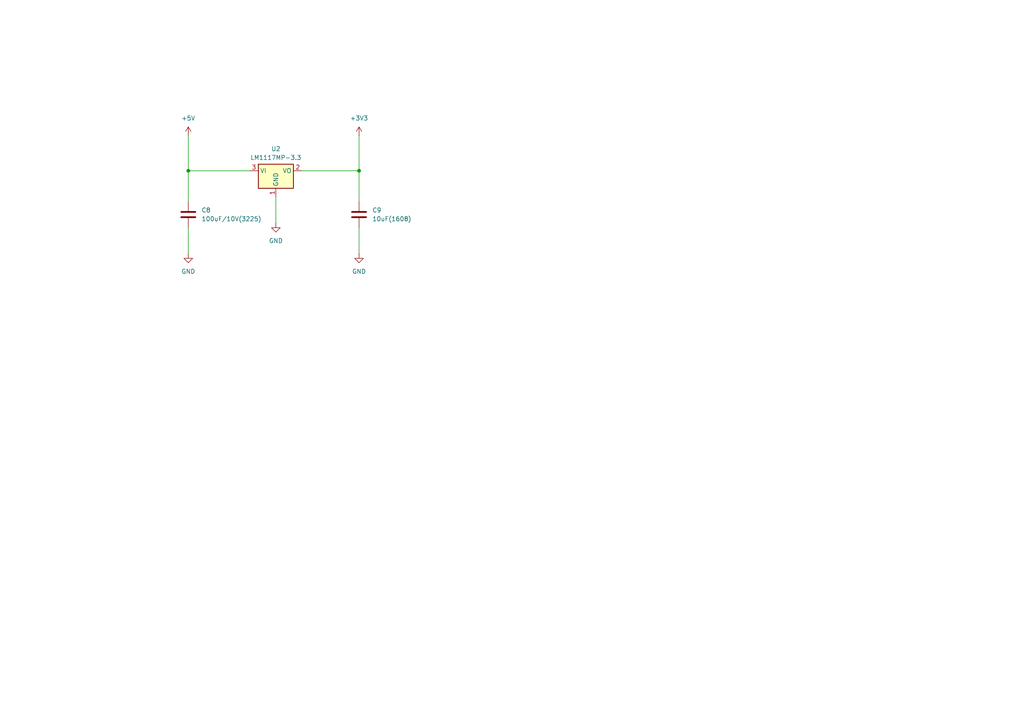
<source format=kicad_sch>
(kicad_sch (version 20250114) (generator "eeschema") (generator_version "9.0")
  (paper "A4")
  (lib_symbols
    (symbol "Device:C" (pin_numbers (hide yes)) (pin_names (offset 0.254))
      (property "Reference" "C" (at 0.635 2.54 0))
      (property "Value" "C" (at 0.635 -2.54 0))
      (symbol "C_0_1"
        (polyline (pts (xy -2.032 0.762) (xy 2.032 0.762)) (stroke (width 0.508)))
        (polyline (pts (xy -2.032 -0.762) (xy 2.032 -0.762)) (stroke (width 0.508)))
      )
      (symbol "C_1_1"
        (pin passive line (at 0 3.81 270) (length 2.794) (name "~") (number "1"))
        (pin passive line (at 0 -3.81 90) (length 2.794) (name "~") (number "2"))
      )
    )
    (symbol "Regulator_Linear:LM1117MP-3.3"
      (property "Reference" "U" (at -3.81 3.175 0))
      (property "Value" "LM1117MP-3.3" (at 0 3.175 0))
      (symbol "LM1117MP-3.3_0_1"
        (rectangle (start -5.08 -5.08) (end 5.08 1.905) (stroke (width 0.254)) (fill (type background)))
      )
      (symbol "LM1117MP-3.3_1_1"
        (pin power_in line (at -7.62 0 0) (length 2.54) (name "VI") (number "3"))
        (pin power_in line (at 0 -7.62 90) (length 2.54) (name "GND") (number "1"))
        (pin power_out line (at 7.62 0 180) (length 2.54) (name "VO") (number "2"))
      )
    )
    (symbol "power:+3V3" (power) (pin_numbers (hide yes)) (pin_names (offset 0) (hide yes))
      (property "Value" "+3V3" (at 0 3.556 0))
      (symbol "+3V3_0_1"
        (polyline (pts (xy -0.762 1.27) (xy 0 2.54)))
        (polyline (pts (xy 0 2.54) (xy 0.762 1.27)))
        (polyline (pts (xy 0 0) (xy 0 2.54)))
      )
      (symbol "+3V3_1_1"
        (pin power_in line (at 0 0 90) (length 0) (name "~") (number "1"))
      )
    )
    (symbol "power:+5V" (power) (pin_numbers (hide yes)) (pin_names (offset 0) (hide yes))
      (property "Value" "+5V" (at 0 3.556 0))
      (symbol "+5V_0_1"
        (polyline (pts (xy -0.762 1.27) (xy 0 2.54)))
        (polyline (pts (xy 0 2.54) (xy 0.762 1.27)))
        (polyline (pts (xy 0 0) (xy 0 2.54)))
      )
      (symbol "+5V_1_1"
        (pin power_in line (at 0 0 90) (length 0) (name "~") (number "1"))
      )
    )
    (symbol "power:GND" (power) (pin_numbers (hide yes)) (pin_names (offset 0) (hide yes))
      (property "Value" "GND" (at 0 -3.81 0))
      (symbol "GND_0_1"
        (polyline (pts (xy 0 0) (xy 0 -1.27) (xy 1.27 -1.27) (xy 0 -2.54) (xy -1.27 -1.27) (xy 0 -1.27)))
      )
      (symbol "GND_1_1"
        (pin power_in line (at 0 0 270) (length 0) (name "~") (number "1"))
      )
    )
  )
  (junction (at 54.61 49.53))
  (junction (at 104.14 49.53))
  (wire (pts (xy 104.14 66.04) (xy 104.14 73.66)))
  (wire (pts (xy 104.14 49.53) (xy 104.14 58.42)))
  (wire (pts (xy 54.61 49.53) (xy 54.61 58.42)))
  (wire (pts (xy 54.61 66.04) (xy 54.61 73.66)))
  (wire (pts (xy 104.14 39.37) (xy 104.14 49.53)))
  (wire (pts (xy 54.61 39.37) (xy 54.61 49.53)))
  (wire (pts (xy 87.63 49.53) (xy 104.14 49.53)))
  (wire (pts (xy 72.39 49.53) (xy 54.61 49.53)))
  (wire (pts (xy 80.01 57.15) (xy 80.01 64.77)))
  (symbol (lib_id "power:+5V") (at 54.61 39.37 0) (unit 1)
    (property "Reference" "#PWR016" (effects (hide yes)))
    (property "Value" "+5V" (at 54.61 34.29 0))
    (property "Description" "Power symbol creates a global label with name \"+5V\"" (effects (hide yes)))
  )
  (symbol (lib_id "power:GND") (at 54.61 73.66 0) (unit 1)
    (property "Reference" "#PWR012" (effects (hide yes)))
    (property "Value" "GND" (at 54.61 78.74 0))
    (property "Description" "Power symbol creates a global label with name \"GND\" , ground" (effects (hide yes)))
  )
  (symbol (lib_id "power:GND") (at 104.14 73.66 0) (unit 1)
    (property "Reference" "#PWR013" (effects (hide yes)))
    (property "Value" "GND" (at 104.14 78.74 0))
    (property "Description" "Power symbol creates a global label with name \"GND\" , ground" (effects (hide yes)))
  )
  (symbol (lib_id "Regulator_Linear:LM1117MP-3.3") (at 80.01 49.53 0) (unit 1)
    (property "Reference" "U2" (at 80.01 43.18 0))
    (property "Value" "LM1117MP-3.3" (at 80.01 45.72 0))
    (property "Footprint" "Package_TO_SOT_SMD:SOT-223-3_TabPin2" (effects (hide yes)))
    (property "Datasheet" "http://www.ti.com/lit/ds/symlink/lm1117.pdf" (effects (hide yes)))
    (property "Description" "800mA Low-Dropout Linear Regulator, 3.3V fixed output, SOT-223" (effects (hide yes)))
  )
  (symbol (lib_id "power:+3V3") (at 104.14 39.37 0) (unit 1)
    (property "Reference" "#PWR015" (effects (hide yes)))
    (property "Value" "+3V3" (at 104.14 34.29 0))
    (property "Description" "Power symbol creates a global label with name \"+3V3\"" (effects (hide yes)))
  )
  (symbol (lib_id "Device:C") (at 54.61 62.23 0) (unit 1)
    (property "Reference" "C8" (at 58.42 60.9599 0) (effects (justify left)))
    (property "Value" "100uF/10V(3225)" (at 58.42 63.4999 0) (effects (justify left)))
    (property "Footprint" "Capacitor_SMD:C_1210_3225Metric" (effects (hide yes)))
    (property "Description" "Unpolarized capacitor" (effects (hide yes)))
  )
  (symbol (lib_id "Device:C") (at 104.14 62.23 0) (unit 1)
    (property "Reference" "C9" (at 107.95 60.9599 0) (effects (justify left)))
    (property "Value" "10uF(1608)" (at 107.95 63.4999 0) (effects (justify left)))
    (property "Footprint" "Capacitor_SMD:C_0603_1608Metric" (effects (hide yes)))
    (property "Description" "Unpolarized capacitor" (effects (hide yes)))
  )
  (symbol (lib_id "power:GND") (at 80.01 64.77 0) (unit 1)
    (property "Reference" "#PWR014" (effects (hide yes)))
    (property "Value" "GND" (at 80.01 69.85 0))
    (property "Description" "Power symbol creates a global label with name \"GND\" , ground" (effects (hide yes)))
  )
)
</source>
